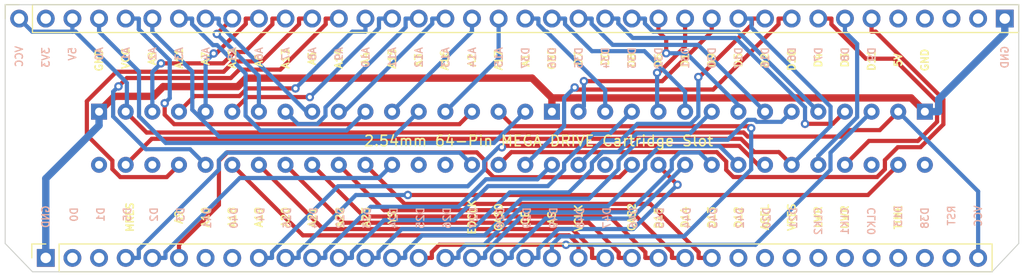
<source format=kicad_pcb>
(kicad_pcb (version 20211014) (generator pcbnew)
  (title_block (title "OSCR MEGADRIVE ADAPTER") (date "2021-11-15") (rev "V1"))
  (layers (0 "F.Cu" signal) (31 "B.Cu" signal) (34 "B.Paste" user) (35 "F.Paste" user) (36 "B.SilkS" user "B.Silkscreen") (37 "F.SilkS" user "F.Silkscreen") (38 "B.Mask" user) (39 "F.Mask" user) (44 "Edge.Cuts" user))
  (net 0 "")
  (net 1 "D50")
  (net 2 "D51")
  (net 3 "D28")
  (net 4 "D52")
  (net 5 "D26")
  (net 6 "D27")
  (net 7 "D24")
  (net 8 "D25")
  (net 9 "D22")
  (net 10 "D23")
  (net 11 "D53")
  (net 12 "+3V3")
  (net 13 "D9")
  (net 14 "D8")
  (net 15 "D7")
  (net 16 "D6")
  (net 17 "D16")
  (net 18 "D17")
  (net 19 "D30")
  (net 20 "D31")
  (net 21 "D32")
  (net 22 "D33")
  (net 23 "D34")
  (net 24 "D36")
  (net 25 "D37")
  (net 26 "VCC")
  (net 27 "D0")
  (net 28 "D1")
  (net 29 "D5")
  (net 30 "D2")
  (net 31 "D3")
  (net 32 "GND")
  (net 33 "D46")
  (net 34 "D47")
  (net 35 "D44")
  (net 36 "D45")
  (net 37 "D42")
  (net 38 "D43")
  (net 39 "D41")
  (net 40 "D40")
  (net 41 "D4")
  (net 42 "D15")
  (net 43 "D14")
  (net 44 "D29")
  (net 45 "D20")
  (net 46 "D21")
  (net 47 "A14")
  (net 48 "A15")
  (net 49 "A12")
  (net 50 "A13")
  (net 51 "A10")
  (net 52 "A11")
  (net 53 "A8")
  (net 54 "A9")
  (net 55 "A6")
  (net 56 "A7")
  (net 57 "A4")
  (net 58 "A5")
  (net 59 "A2")
  (net 60 "A3")
  (net 61 "A0")
  (net 62 "A1")
  (net 63 "D35")
  (net 64 "CLK2")
  (net 65 "CLK1")
  (net 66 "D13")
  (net 67 "D38")
  (net 68 "D49")
  (net 69 "D48")
  (net 70 "RESET")
  (net 72 "CLK0")
  (footprint "Connector_PinSocket_2.54mm:PinSocket_1x36_P2.54mm_Vertical" (layer "F.Cu") (at 105.1 104.255 90)
    (fp_text reference "J2" hide)
    (fp_text value "CART SLOT BOTTOM ROW" hide)
  )
  (footprint "Connector_PinSocket_2.54mm:PinSocket_1x38_P2.54mm_Vertical" (layer "F.Cu") (at 102.56 81.395 90)
    (fp_text reference "J1" hide)
    (fp_text value "CART SLOT TOP ROW" hide)
  )
  (footprint "!sanni:MD_Slot" (layer "F.Cu") (at 149.55 92.825 90)
    (fp_text reference "U1" hide)
    (fp_text value "MD_Slot" hide)
  )
  (gr_line (start 101.23 80.07) (end 101.23 102.88) (layer "Edge.Cuts") (width 0.1))
  (gr_line (start 197.87 80.07) (end 101.23 80.07) (layer "Edge.Cuts") (width 0.1))
  (gr_line (start 195.33 105.58) (end 197.87 102.88) (layer "Edge.Cuts") (width 0.1))
  (gr_line (start 103.83 105.58) (end 195.33 105.58) (layer "Edge.Cuts") (width 0.1))
  (gr_line (start 197.87 102.88) (end 197.87 80.07) (layer "Edge.Cuts") (width 0.1))
  (gr_line (start 101.23 102.88) (end 103.83 105.58) (layer "Edge.Cuts") (width 0.1))
  (gr_text "D43" (at 168.76 99.345 90) (layer "B.SilkS") (effects (font (size 0.7 0.7) (thickness 0.125)) (justify left mirror)))
  (gr_text "D3" (at 117.96 99.345 90) (layer "B.SilkS") (effects (font (size 0.7 0.7) (thickness 0.125)) (justify left mirror)))
  (gr_text "D1" (at 110.34 99.345 90) (layer "B.SilkS") (effects (font (size 0.7 0.7) (thickness 0.125)) (justify left mirror)))
  (gr_text "D9" (at 183.86 84.055 90) (layer "B.SilkS") (effects (font (size 0.7 0.7) (thickness 0.125)) (justify left mirror)))
  (gr_text "A6" (at 125.44 84.055 90) (layer "B.SilkS") (effects (font (size 0.7 0.7) (thickness 0.125)) (justify left mirror)))
  (gr_text "D48" (at 156.06 99.345 90) (layer "B.SilkS") (effects (font (size 0.7 0.7) (thickness 0.125)) (justify left mirror)))
  (gr_text "VCC" (at 194 99.175 90) (layer "B.SilkS") (effects (font (size 0.7 0.7) (thickness 0.125)) (justify left mirror)))
  (gr_text "A4" (at 120.36 84.055 90) (layer "B.SilkS") (effects (font (size 0.7 0.7) (thickness 0.125)) (justify left mirror)))
  (gr_text "A2" (at 115.28 84.055 90) (layer "B.SilkS") (effects (font (size 0.7 0.7) (thickness 0.125)) (justify left mirror)))
  (gr_text "D31" (at 166.08 84.055 90) (layer "B.SilkS") (effects (font (size 0.7 0.7) (thickness 0.125)) (justify left mirror)))
  (gr_text "D23" (at 135.74 99.345 90) (layer "B.SilkS") (effects (font (size 0.7 0.7) (thickness 0.125)) (justify left mirror)))
  (gr_text "D7" (at 178.78 84.055 90) (layer "B.SilkS") (effects (font (size 0.7 0.7) (thickness 0.125)) (justify left mirror)))
  (gr_text "D49" (at 153.52 99.345 90) (layer "B.SilkS") (effects (font (size 0.7 0.7) (thickness 0.125)) (justify left mirror)))
  (gr_text "D38" (at 188.92 99.345 90) (layer "B.SilkS") (effects (font (size 0.7 0.7) (thickness 0.125)) (justify left mirror)))
  (gr_text "A10" (at 135.6 84.055 90) (layer "B.SilkS") (effects (font (size 0.7 0.7) (thickness 0.125)) (justify left mirror)))
  (gr_text "D37" (at 150.84 84.055 90) (layer "B.SilkS") (effects (font (size 0.7 0.7) (thickness 0.125)) (justify left mirror)))
  (gr_text "D4" (at 125.58 99.345 90) (layer "B.SilkS") (effects (font (size 0.7 0.7) (thickness 0.125)) (justify left mirror)))
  (gr_text "D32" (at 163.54 84.055 90) (layer "B.SilkS") (effects (font (size 0.7 0.7) (thickness 0.125)) (justify left mirror)))
  (gr_text "D8" (at 181.32 84.055 90) (layer "B.SilkS") (effects (font (size 0.7 0.7) (thickness 0.125)) (justify left mirror)))
  (gr_text "D30" (at 168.62 84.055 90) (layer "B.SilkS") (effects (font (size 0.7 0.7) (thickness 0.125)) (justify left mirror)))
  (gr_text "D29" (at 150.98 99.345 90) (layer "B.SilkS") (effects (font (size 0.7 0.7) (thickness 0.125)) (justify left mirror)))
  (gr_text "RST" (at 191.46 99.175 90) (layer "B.SilkS") (effects (font (size 0.7 0.7) (thickness 0.125)) (justify left mirror)))
  (gr_text "A14" (at 145.76 84.055 90) (layer "B.SilkS") (effects (font (size 0.7 0.7) (thickness 0.125)) (justify left mirror)))
  (gr_text "D2" (at 115.42 99.345 90) (layer "B.SilkS") (effects (font (size 0.7 0.7) (thickness 0.125)) (justify left mirror)))
  (gr_text "CLK2" (at 178.76 99.345 90) (layer "B.SilkS") (effects (font (size 0.7 0.7) (thickness 0.125)) (justify left mirror)))
  (gr_text "D14" (at 130.66 99.345 90) (layer "B.SilkS") (effects (font (size 0.7 0.7) (thickness 0.125)) (justify left mirror)))
  (gr_text "3V3" (at 105.1 84.055 90) (layer "B.SilkS") (effects (font (size 0.7 0.7) (thickness 0.125)) (justify left mirror)))
  (gr_text "D47" (at 158.6 99.345 90) (layer "B.SilkS") (effects (font (size 0.7 0.7) (thickness 0.125)) (justify left mirror)))
  (gr_text "D6" (at 176.24 84.055 90) (layer "B.SilkS") (effects (font (size 0.7 0.7) (thickness 0.125)) (justify left mirror)))
  (gr_text "A0" (at 110.2 84.055 90) (layer "B.SilkS") (effects (font (size 0.7 0.7) (thickness 0.125)) (justify left mirror)))
  (gr_text "D40" (at 123.04 99.345 90) (layer "B.SilkS") (effects (font (size 0.7 0.7) (thickness 0.125)) (justify left mirror)))
  (gr_text "A5" (at 122.9 84.055 90) (layer "B.SilkS") (effects (font (size 0.7 0.7) (thickness 0.125)) (justify left mirror)))
  (gr_text "CLK1" (at 181.3 99.345 90) (layer "B.SilkS") (effects (font (size 0.7 0.7) (thickness 0.125)) (justify left mirror)))
  (gr_text "A1" (at 112.74 84.055 90) (layer "B.SilkS") (effects (font (size 0.7 0.7) (thickness 0.125)) (justify left mirror)))
  (gr_text "D24" (at 138.28 99.345 90) (layer "B.SilkS") (effects (font (size 0.7 0.7) (thickness 0.125)) (justify left mirror)))
  (gr_text "D44" (at 166.22 99.345 90) (layer "B.SilkS") (effects (font (size 0.7 0.7) (thickness 0.125)) (justify left mirror)))
  (gr_text "D22" (at 133.2 99.345 90) (layer "B.SilkS") (effects (font (size 0.7 0.7) (thickness 0.125)) (justify left mirror)))
  (gr_text "A12" (at 140.68 84.055 90) (layer "B.SilkS") (effects (font (size 0.7 0.7) (thickness 0.125)) (justify left mirror)))
  (gr_text "D26" (at 143.36 99.345 90) (layer "B.SilkS") (effects (font (size 0.7 0.7) (thickness 0.125)) (justify left mirror)))
  (gr_text "D42" (at 171.3 99.345 90) (layer "B.SilkS") (effects (font (size 0.7 0.7) (thickness 0.125)) (justify left mirror)))
  (gr_text "VCC" (at 102.56 83.935 90) (layer "B.SilkS") (effects (font (size 0.7 0.7) (thickness 0.125)) (justify left mirror)))
  (gr_text "D5" (at 112.88 99.345 90) (layer "B.SilkS") (effects (font (size 0.7 0.7) (thickness 0.125)) (justify left mirror)))
  (gr_text "A3" (at 117.82 84.055 90) (layer "B.SilkS") (effects (font (size 0.7 0.7) (thickness 0.125)) (justify left mirror)))
  (gr_text "D36" (at 153.38 84.055 90) (layer "B.SilkS") (effects (font (size 0.7 0.7) (thickness 0.125)) (justify left mirror)))
  (gr_text "D33" (at 161 84.055 90) (layer "B.SilkS") (effects (font (size 0.7 0.7) (thickness 0.125)) (justify left mirror)))
  (gr_text "D34" (at 158.46 84.055 90) (layer "B.SilkS") (effects (font (size 0.7 0.7) (thickness 0.125)) (justify left mirror)))
  (gr_text "D15" (at 128.12 99.345 90) (layer "B.SilkS") (effects (font (size 0.7 0.7) (thickness 0.125)) (justify left mirror)))
  (gr_text "GND" (at 105.1 99.175 90) (layer "B.SilkS") (effects (font (size 0.7 0.7) (thickness 0.125)) (justify left mirror)))
  (gr_text "D28" (at 148.44 99.345 90) (layer "B.SilkS") (effects (font (size 0.7 0.7) (thickness 0.125)) (justify left mirror)))
  (gr_text "D21" (at 176.38 99.345 90) (layer "B.SilkS") (effects (font (size 0.7 0.7) (thickness 0.125)) (justify left mirror)))
  (gr_text "CLK0" (at 183.84 99.345 90) (layer "B.SilkS") (effects (font (size 0.7 0.7) (thickness 0.125)) (justify left mirror)))
  (gr_text "D17" (at 171.16 84.055 90) (layer "B.SilkS") (effects (font (size 0.7 0.7) (thickness 0.125)) (justify left mirror)))
  (gr_text "D41" (at 120.5 99.345 90) (layer "B.SilkS") (effects (font (size 0.7 0.7) (thickness 0.125)) (justify left mirror)))
  (gr_text "A9" (at 133.06 84.055 90) (layer "B.SilkS") (effects (font (size 0.7 0.7) (thickness 0.125)) (justify left mirror)))
  (gr_text "A7" (at 127.98 84.055 90) (layer "B.SilkS") (effects (font (size 0.7 0.7) (thickness 0.125)) (justify left mirror)))
  (gr_text "D27" (at 145.9 99.345 90) (layer "B.SilkS") (effects (font (size 0.7 0.7) (thickness 0.125)) (justify left mirror)))
  (gr_text "GND" (at 196.54 83.935 90) (layer "B.SilkS") (effects (font (size 0.7 0.7) (thickness 0.125)) (justify left mirror)))
  (gr_text "A8" (at 130.52 84.055 90) (layer "B.SilkS") (effects (font (size 0.7 0.7) (thickness 0.125)) (justify left mirror)))
  (gr_text "D46" (at 161.14 99.345 90) (layer "B.SilkS") (effects (font (size 0.7 0.7) (thickness 0.125)) (justify left mirror)))
  (gr_text "A11" (at 138.14 84.055 90) (layer "B.SilkS") (effects (font (size 0.7 0.7) (thickness 0.125)) (justify left mirror)))
  (gr_text "D20" (at 173.84 99.345 90) (layer "B.SilkS") (effects (font (size 0.7 0.7) (thickness 0.125)) (justify left mirror)))
  (gr_text "A13" (at 143.22 84.055 90) (layer "B.SilkS") (effects (font (size 0.7 0.7) (thickness 0.125)) (justify left mirror)))
  (gr_text "D16" (at 173.7 84.055 90) (layer "B.SilkS") (effects (font (size 0.7 0.7) (thickness 0.125)) (justify left mirror)))
  (gr_text "D13" (at 186.38 99.175 90) (layer "B.SilkS") (effects (font (size 0.7 0.7) (thickness 0.125)) (justify left mirror)))
  (gr_text "A15" (at 148.3 84.055 90) (layer "B.SilkS") (effects (font (size 0.7 0.7) (thickness 0.125)) (justify left mirror)))
  (gr_text "D25" (at 140.82 99.345 90) (layer "B.SilkS") (effects (font (size 0.7 0.7) (thickness 0.125)) (justify left mirror)))
  (gr_text "D45" (at 163.68 99.345 90) (layer "B.SilkS") (effects (font (size 0.7 0.7) (thickness 0.125)) (justify left mirror)))
  (gr_text "5V" (at 107.64 84.055 90) (layer "B.SilkS") (effects (font (size 0.7 0.7) (thickness 0.125)) (justify left mirror)))
  (gr_text "D0" (at 107.8 99.345 90) (layer "B.SilkS") (effects (font (size 0.7 0.7) (thickness 0.125)) (justify left mirror)))
  (gr_text "D35" (at 155.92 84.055 90) (layer "B.SilkS") (effects (font (size 0.7 0.7) (thickness 0.125)) (justify left mirror)))
  (gr_text "A3" (at 140.66 85.365 90) (layer "F.SilkS") (effects (font (size 0.7 0.7))))
  (gr_text "D11" (at 183.84 85.365 90) (layer "F.SilkS") (effects (font (size 0.7 0.7))))
  (gr_text "D5" (at 171.14 85.365 90) (layer "F.SilkS") (effects (font (size 0.7 0.7))))
  (gr_text "A9\n" (at 117.8 100.364999 90) (layer "F.SilkS") (effects (font (size 0.7 0.7))))
  (gr_text "A18" (at 122.88 100.364999 90) (layer "F.SilkS") (effects (font (size 0.7 0.7))))
  (gr_text "EDCLK\n" (at 145.74 100.365 90) (layer "F.SilkS") (effects (font (size 0.7 0.7))))
  (gr_text "GND" (at 188.92 85.357444 90) (layer "F.SilkS") (effects (font (size 0.7 0.7))))
  (gr_text "D3" (at 181.3 85.365 90) (layer "F.SilkS") (effects (font (size 0.7 0.7))))
  (gr_text "A20" (at 127.96 100.364999 90) (layer "F.SilkS") (effects (font (size 0.7 0.7))))
  (gr_text "LWR" (at 178.76 100.365 90) (layer "F.SilkS") (effects (font (size 0.7 0.7))))
  (gr_text "D7" (at 155.9 85.205 90) (layer "F.SilkS") (effects (font (size 0.7 0.7))))
  (gr_text "CE" (at 150.82 100.445 90) (layer "F.SilkS") (effects (font (size 0.7 0.7))))
  (gr_text "A7" (at 120.34 85.205 90) (layer "F.SilkS") (effects (font (size 0.7 0.7))))
  (gr_text "ASEL" (at 173.68 100.365 90) (layer "F.SilkS") (effects (font (size 0.7 0.7))))
  (gr_text "A23" (at 135.63 100.364999 90) (layer "F.SilkS") (effects (font (size 0.7 0.7))))
  (gr_text "D10" (at 176.22 85.365 90) (layer "F.SilkS") (effects (font (size 0.7 0.7))))
  (gr_text "GND" (at 110.18 85.365 90) (layer "F.SilkS") (effects (font (size 0.7 0.7))))
  (gr_text "A8" (at 115.26 85.205 90) (layer "F.SilkS") (effects (font (size 0.7 0.7))))
  (gr_text "TIME" (at 186.38 100.365 90) (layer "F.SilkS") (effects (font (size 0.7 0.7))))
  (gr_text "D14\n" (at 166.06 100.365 90) (layer "F.SilkS") (effects (font (size 0.7 0.7))))
  (gr_text "D1" (at 166.06 85.365 90) (layer "F.SilkS") (effects (font (size 0.7 0.7))))
  (gr_text "A11" (at 117.8 85.205 90) (layer "F.SilkS") (effects (font (size 0.7 0.7))))
  (gr_text "A2" (at 145.74 85.365 90) (layer "F.SilkS") (effects (font (size 0.7 0.7))))
  (gr_text "MRES" (at 113.13 100.364999 90) (layer "F.SilkS") (effects (font (size 0.7 0.7))))
  (gr_text "VCLK\n" (at 155.9 100.445 90) (layer "F.SilkS") (effects (font (size 0.7 0.7))))
  (gr_text "AS" (at 153.36 100.445 90) (layer "F.SilkS") (effects (font (size 0.7 0.7))))
  (gr_text "A6" (at 125.42 85.365 90) (layer "F.SilkS") (effects (font (size 0.7 0.7))))
  (gr_text "UWR" (at 181.3 100.365 90) (layer "F.SilkS") (effects (font (size 0.7 0.7))))
  (gr_text "VCC" (at 112.72 85.205 90) (layer "F.SilkS") (effects (font (size 0.7 0.7))))
  (gr_text "D8" (at 160.98 85.365 90) (layer "F.SilkS") (effects (font (size 0.7 0.7))))
  (gr_text "A15" (at 138.13 85.205 90) (layer "F.SilkS") (effects (font (size 0.7 0.7))))
  (gr_text "A4" (at 135.58 85.205 90) (layer "F.SilkS") (effects (font (size 0.7 0.7))))
  (gr_text "A16" (at 143.13 85.365 90) (layer "F.SilkS") (effects (font (size 0.7 0.7))))
  (gr_text "D2" (at 173.68 85.365 90) (layer "F.SilkS") (effects (font (size 0.7 0.7))))
  (gr_text "VRES" (at 176.22 100.365 90) (layer "F.SilkS") (effects (font (size 0.7 0.7))))
  (gr_text "GND" (at 153.36 85.205 90) (layer "F.SilkS") (effects (font (size 0.7 0.7))))
  (gr_text "A12" (at 122.88 85.205 90) (layer "F.SilkS") (effects (font (size 0.7 0.7))))
  (gr_text "D4" (at 178.76 85.365 90) (layer "F.SilkS") (effects (font (size 0.7 0.7))))
  (gr_text "A21" (at 130.5 100.364999 90) (layer "F.SilkS") (effects (font (size 0.7 0.7))))
  (gr_text "D6" (at 163.52 85.365 90) (layer "F.SilkS") (effects (font (size 0.7 0.7))))
  (gr_text "D9" (at 168.6 85.365 90) (layer "F.SilkS") (effects (font (size 0.7 0.7))))
  (gr_text "D0" (at 158.44 85.205 90) (layer "F.SilkS") (effects (font (size 0.7 0.7))))
  (gr_text "A1" (at 150.85 85.365 90) (layer "F.SilkS") (effects (font (size 0.7 0.7))))
  (gr_text "CAS2" (at 160.98 100.365 90) (layer "F.SilkS") (effects (font (size 0.7 0.7))))
  (gr_text "2.54mm 64-Pin MEGA DRIVE Cartridge Slot" (at 152.09 93.08) (layer "F.SilkS") (effects (font (size 1 1))))
  (gr_text "A10" (at 120.34 100.364999 90) (layer "F.SilkS") (effects (font (size 0.7 0.7))))
  (gr_text "A5" (at 130.5 85.205 90) (layer "F.SilkS") (effects (font (size 0.7 0.7))))
  (gr_text "A19\n" (at 125.42 100.364999 90) (layer "F.SilkS") (effects (font (size 0.7 0.7))))
  (gr_text "A17" (at 148.28 85.365 90) (layer "F.SilkS") (effects (font (size 0.7 0.7))))
  (gr_text "D13" (at 168.6 100.365 90) (layer "F.SilkS") (effects (font (size 0.7 0.7))))
  (gr_text "5V" (at 186.38 85.357444 90) (layer "F.SilkS") (effects (font (size 0.7 0.7))))
  (gr_text "A14\n" (at 133.04 85.205 90) (layer "F.SilkS") (effects (font (size 0.7 0.7))))
  (gr_text "D12" (at 171.14 100.365 90) (layer "F.SilkS") (effects (font (size 0.7 0.7))))
  (gr_text "YS" (at 138.13 100.364999 90) (layer "F.SilkS") (effects (font (size 0.7 0.7))))
  (gr_text "CAS0\n" (at 148.28 100.365 90) (layer "F.SilkS") (effects (font (size 0.7 0.7))))
  (gr_text "A22" (at 133.13 100.364999 90) (layer "F.SilkS") (effects (font (size 0.7 0.7))))
  (gr_text "D15" (at 163.52 100.445 90) (layer "F.SilkS") (effects (font (size 0.7 0.7))))
  (gr_text "A13" (at 127.96 85.205 90) (layer "F.SilkS") (effects (font (size 0.7 0.7))))
  (segment (start 148.28 104.255) (end 149.5303 104.255) (width 0.4) (layer "B.Cu") (net 3))
  (segment (start 152.7396 100.4987) (end 149.5303 103.708) (width 0.4) (layer "B.Cu") (net 3))
  (segment (start 166.06 95.365) (end 160.9263 100.4987) (width 0.4) (layer "B.Cu") (net 3))
  (segment (start 160.9263 100.4987) (end 152.7396 100.4987) (width 0.4) (layer "B.Cu") (net 3))
  (segment (start 149.5303 103.708) (end 149.5303 104.255) (width 0.4) (layer "B.Cu") (net 3))
  (segment (start 162.25 94.979) (end 162.25 95.7556) (width 0.4) (layer "B.Cu") (net 5))
  (segment (start 163.6426 93.5864) (end 162.25 94.979) (width 0.4) (layer "B.Cu") (net 5))
  (segment (start 171.14 95.365) (end 169.3614 93.5864) (width 0.4) (layer "B.Cu") (net 5))
  (segment (start 150.5963 99.2981) (end 146.8897 103.0047) (width 0.4) (layer "B.Cu") (net 5))
  (segment (start 143.2 104.255) (end 144.4503 104.255) (width 0.4) (layer "B.Cu") (net 5))
  (segment (start 162.25 95.7556) (end 158.7075 99.2981) (width 0.4) (layer "B.Cu") (net 5))
  (segment (start 169.3614 93.5864) (end 163.6426 93.5864) (width 0.4) (layer "B.Cu") (net 5))
  (segment (start 144.4503 103.7079) (end 144.4503 104.255) (width 0.4) (layer "B.Cu") (net 5))
  (segment (start 145.1535 103.0047) (end 144.4503 103.7079) (width 0.4) (layer "B.Cu") (net 5))
  (segment (start 158.7075 99.2981) (end 150.5963 99.2981) (width 0.4) (layer "B.Cu") (net 5))
  (segment (start 146.8897 103.0047) (end 145.1535 103.0047) (width 0.4) (layer "B.Cu") (net 5))
  (segment (start 167.4217 94.1867) (end 165.5383 94.1867) (width 0.4) (layer "B.Cu") (net 6))
  (segment (start 164.79 94.935) (end 164.79 95.7859) (width 0.4) (layer "B.Cu") (net 6))
  (segment (start 145.74 104.255) (end 146.9903 104.255) (width 0.4) (layer "B.Cu") (net 6))
  (segment (start 160.6775 99.8984) (end 150.8451 99.8984) (width 0.4) (layer "B.Cu") (net 6))
  (segment (start 168.6 95.365) (end 167.4217 94.1867) (width 0.4) (layer "B.Cu") (net 6))
  (segment (start 165.5383 94.1867) (end 164.79 94.935) (width 0.4) (layer "B.Cu") (net 6))
  (segment (start 164.79 95.7859) (end 160.6775 99.8984) (width 0.4) (layer "B.Cu") (net 6))
  (segment (start 146.9903 103.7532) (end 146.9903 104.255) (width 0.4) (layer "B.Cu") (net 6))
  (segment (start 150.8451 99.8984) (end 146.9903 103.7532) (width 0.4) (layer "B.Cu") (net 6))
  (segment (start 170.1213 92.9702) (end 161.6979 92.9702) (width 0.4) (layer "B.Cu") (net 7))
  (segment (start 176.22 90.285) (end 175.2476 91.2574) (width 0.4) (layer "B.Cu") (net 7))
  (segment (start 175.2476 91.2574) (end 172.8828 91.2574) (width 0.4) (layer "B.Cu") (net 7))
  (segment (start 159.71 95.774) (end 156.8837 98.6003) (width 0.4) (layer "B.Cu") (net 7))
  (segment (start 161.6979 92.9702) (end 159.71 94.9581) (width 0.4) (layer "B.Cu") (net 7))
  (segment (start 138.12 104.255) (end 139.3703 104.255) (width 0.4) (layer "B.Cu") (net 7))
  (segment (start 172.027 91.0645) (end 170.1213 92.9702) (width 0.4) (layer "B.Cu") (net 7))
  (segment (start 172.8828 91.2574) (end 172.6899 91.0645) (width 0.4) (layer "B.Cu") (net 7))
  (segment (start 140.9741 102.1041) (end 139.3703 103.7079) (width 0.4) (layer "B.Cu") (net 7))
  (segment (start 150.4452 98.6003) (end 146.9414 102.1041) (width 0.4) (layer "B.Cu") (net 7))
  (segment (start 159.71 94.9581) (end 159.71 95.774) (width 0.4) (layer "B.Cu") (net 7))
  (segment (start 156.8837 98.6003) (end 150.4452 98.6003) (width 0.4) (layer "B.Cu") (net 7))
  (segment (start 139.3703 103.7079) (end 139.3703 104.255) (width 0.4) (layer "B.Cu") (net 7))
  (segment (start 146.9414 102.1041) (end 140.9741 102.1041) (width 0.4) (layer "B.Cu") (net 7))
  (segment (start 172.6899 91.0645) (end 172.027 91.0645) (width 0.4) (layer "B.Cu") (net 7))
  (segment (start 142.6137 103.0046) (end 154.7033 103.0046) (width 0.4) (layer "F.Cu") (net 8))
  (segment (start 141.9103 104.255) (end 141.9103 103.708) (width 0.4) (layer "F.Cu") (net 8))
  (segment (start 141.9103 103.708) (end 142.6137 103.0046) (width 0.4) (layer "F.Cu") (net 8))
  (segment (start 140.66 104.255) (end 141.9103 104.255) (width 0.4) (layer "F.Cu") (net 8))
  (via (at 154.7033 103.0046) (size 0.8) (drill 0.4) (layers "F.Cu" "B.Cu") (net 8))
  (segment (start 179.9224 95.8466) (end 172.7644 103.0046) (width 0.4) (layer "B.Cu") (net 8))
  (segment (start 172.7644 103.0046) (end 154.7033 103.0046) (width 0.4) (layer "B.Cu") (net 8))
  (segment (start 183.84 90.285) (end 179.9224 94.2026) (width 0.4) (layer "B.Cu") (net 8))
  (segment (start 179.9224 94.2026) (end 179.9224 95.8466) (width 0.4) (layer "B.Cu") (net 8))
  (segment (start 144.0165 100.6516) (end 147.2686 97.3995) (width 0.4) (layer "B.Cu") (net 9))
  (segment (start 157.294 92.4153) (end 158.8497 92.4153) (width 0.4) (layer "B.Cu") (net 9))
  (segment (start 134.2903 103.708) (end 137.3467 100.6516) (width 0.4) (layer "B.Cu") (net 9))
  (segment (start 133.04 104.255) (end 134.2903 104.255) (width 0.4) (layer "B.Cu") (net 9))
  (segment (start 134.2903 104.255) (end 134.2903 103.708) (width 0.4) (layer "B.Cu") (net 9))
  (segment (start 154.5224 95.1869) (end 157.294 92.4153) (width 0.4) (layer "B.Cu") (net 9))
  (segment (start 137.3467 100.6516) (end 144.0165 100.6516) (width 0.4) (layer "B.Cu") (net 9))
  (segment (start 152.9695 97.3995) (end 154.5224 95.8466) (width 0.4) (layer "B.Cu") (net 9))
  (segment (start 158.8497 92.4153) (end 160.98 90.285) (width 0.4) (layer "B.Cu") (net 9))
  (segment (start 147.2686 97.3995) (end 152.9695 97.3995) (width 0.4) (layer "B.Cu") (net 9))
  (segment (start 154.5224 95.8466) (end 154.5224 95.1869) (width 0.4) (layer "B.Cu") (net 9))
  (segment (start 136.8303 104.255) (end 136.8303 103.708) (width 0.4) (layer "B.Cu") (net 10))
  (segment (start 161.4429 92.3699) (end 166.5151 92.3699) (width 0.4) (layer "B.Cu") (net 10))
  (segment (start 159.6692 94.1436) (end 161.4429 92.3699) (width 0.4) (layer "B.Cu") (net 10))
  (segment (start 166.5151 92.3699) (end 168.6 90.285) (width 0.4) (layer "B.Cu") (net 10))
  (segment (start 157.17 95.162) (end 158.1884 94.1436) (width 0.4) (layer "B.Cu") (net 10))
  (segment (start 157.17 95.8156) (end 157.17 95.162) (width 0.4) (layer "B.Cu") (net 10))
  (segment (start 154.9857 97.9999) (end 157.17 95.8156) (width 0.4) (layer "B.Cu") (net 10))
  (segment (start 158.1884 94.1436) (end 159.6692 94.1436) (width 0.4) (layer "B.Cu") (net 10))
  (segment (start 139.0346 101.5037) (end 145.844 101.5037) (width 0.4) (layer "B.Cu") (net 10))
  (segment (start 135.58 104.255) (end 136.8303 104.255) (width 0.4) (layer "B.Cu") (net 10))
  (segment (start 136.8303 103.708) (end 139.0346 101.5037) (width 0.4) (layer "B.Cu") (net 10))
  (segment (start 149.3478 97.9999) (end 154.9857 97.9999) (width 0.4) (layer "B.Cu") (net 10))
  (segment (start 145.844 101.5037) (end 149.3478 97.9999) (width 0.4) (layer "B.Cu") (net 10))
  (segment (start 185.11 95.7859) (end 185.11 94.9108) (width 0.4) (layer "F.Cu") (net 13))
  (segment (start 188.5019 93.6808) (end 190.6857 91.497) (width 0.4) (layer "F.Cu") (net 13))
  (segment (start 149.4915 94.1535) (end 169.0808 94.1535) (width 0.4) (layer "F.Cu") (net 13))
  (segment (start 184.2307 82.6453) (end 183.84 82.6453) (width 0.4) (layer "F.Cu") (net 13))
  (segment (start 169.9777 95.0504) (end 169.9777 95.8464) (width 0.4) (layer "F.Cu") (net 13))
  (segment (start 185.11 94.9108) (end 186.34 93.6808) (width 0.4) (layer "F.Cu") (net 13))
  (segment (start 190.6857 89.1003) (end 184.2307 82.6453) (width 0.4) (layer "F.Cu") (net 13))
  (segment (start 184.3647 96.5312) (end 185.11 95.7859) (width 0.4) (layer "F.Cu") (net 13))
  (segment (start 183.84 81.395) (end 183.84 82.6453) (width 0.4) (layer "F.Cu") (net 13))
  (segment (start 148.28 95.365) (end 149.4915 94.1535) (width 0.4) (layer "F.Cu") (net 13))
  (segment (start 186.34 93.6808) (end 188.5019 93.6808) (width 0.4) (layer "F.Cu") (net 13))
  (segment (start 169.9777 95.8464) (end 170.6625 96.5312) (width 0.4) (layer "F.Cu") (net 13))
  (segment (start 169.0808 94.1535) (end 169.9777 95.0504) (width 0.4) (layer "F.Cu") (net 13))
  (segment (start 170.6625 96.5312) (end 184.3647 96.5312) (width 0.4) (layer "F.Cu") (net 13))
  (segment (start 190.6857 91.497) (end 190.6857 89.1003) (width 0.4) (layer "F.Cu") (net 13))
  (segment (start 178.76 94.5158) (end 178.76 95.365) (width 0.4) (layer "B.Cu") (net 14))
  (segment (start 182.463 90.8128) (end 178.76 94.5158) (width 0.4) (layer "B.Cu") (net 14))
  (segment (start 181.3 82.6453) (end 182.463 83.8083) (width 0.4) (layer "B.Cu") (net 14))
  (segment (start 182.463 83.8083) (end 182.463 90.8128) (width 0.4) (layer "B.Cu") (net 14))
  (segment (start 181.3 81.395) (end 181.3 82.6453) (width 0.4) (layer "B.Cu") (net 14))
  (segment (start 180.0103 81.942) (end 183.2946 85.2263) (width 0.4) (layer "F.Cu") (net 15))
  (segment (start 180.0103 81.395) (end 180.0103 81.942) (width 0.4) (layer "F.Cu") (net 15))
  (segment (start 178.76 81.395) (end 180.0103 81.395) (width 0.4) (layer "F.Cu") (net 15))
  (segment (start 185.9514 85.2263) (end 190.0824 89.3573) (width 0.4) (layer "F.Cu") (net 15))
  (segment (start 188.2532 93.0804) (end 183.5846 93.0804) (width 0.4) (layer "F.Cu") (net 15))
  (segment (start 183.2946 85.2263) (end 185.9514 85.2263) (width 0.4) (layer "F.Cu") (net 15))
  (segment (start 190.0824 91.2512) (end 188.2532 93.0804) (width 0.4) (layer "F.Cu") (net 15))
  (segment (start 183.5846 93.0804) (end 181.3 95.365) (width 0.4) (layer "F.Cu") (net 15))
  (segment (start 190.0824 89.3573) (end 190.0824 91.2512) (width 0.4) (layer "F.Cu") (net 15))
  (segment (start 155.7302 88.1735) (end 168.7382 88.1735) (width 0.4) (layer "F.Cu") (net 16))
  (segment (start 155.5302 87.9735) (end 155.7302 88.1735) (width 0.4) (layer "F.Cu") (net 16))
  (segment (start 174.9697 81.942) (end 174.9697 81.395) (width 0.4) (layer "F.Cu") (net 16))
  (segment (start 168.7382 88.1735) (end 174.9697 81.942) (width 0.4) (layer "F.Cu") (net 16))
  (segment (start 176.22 81.395) (end 174.9697 81.395) (width 0.4) (layer "F.Cu") (net 16))
  (via (at 155.5302 87.9735) (size 0.8) (drill 0.4) (layers "F.Cu" "B.Cu") (net 16))
  (segment (start 154.5224 88.9813) (end 155.5302 87.9735) (width 0.4) (layer "B.Cu") (net 16))
  (segment (start 150.82 95.365) (end 154.5224 91.6626) (width 0.4) (layer "B.Cu") (net 16))
  (segment (start 154.5224 91.6626) (end 154.5224 88.9813) (width 0.4) (layer "B.Cu") (net 16))
  (segment (start 172.4297 81.9643) (end 167.4184 86.9756) (width 0.4) (layer "F.Cu") (net 17))
  (segment (start 167.4184 86.9756) (end 167.3211 86.9756) (width 0.4) (layer "F.Cu") (net 17))
  (segment (start 173.68 81.395) (end 172.4297 81.395) (width 0.4) (layer "F.Cu") (net 17))
  (segment (start 172.4297 81.395) (end 172.4297 81.9643) (width 0.4) (layer "F.Cu") (net 17))
  (via (at 167.3211 86.9756) (size 0.8) (drill 0.4) (layers "F.Cu" "B.Cu") (net 17))
  (segment (start 158.2493 93.0157) (end 155.9 95.365) (width 0.4) (layer "B.Cu") (net 17))
  (segment (start 167.3211 90.7148) (end 166.5885 91.4474) (width 0.4) (layer "B.Cu") (net 17))
  (segment (start 159.948 93.0157) (end 158.2493 93.0157) (width 0.4) (layer "B.Cu") (net 17))
  (segment (start 166.5885 91.4474) (end 161.5163 91.4474) (width 0.4) (layer "B.Cu") (net 17))
  (segment (start 161.5163 91.4474) (end 159.948 93.0157) (width 0.4) (layer "B.Cu") (net 17))
  (segment (start 167.3211 86.9756) (end 167.3211 90.7148) (width 0.4) (layer "B.Cu") (net 17))
  (segment (start 175.0043 94.1493) (end 176.22 95.365) (width 0.4) (layer "F.Cu") (net 18))
  (segment (start 172.6623 94.1493) (end 175.0043 94.1493) (width 0.4) (layer "F.Cu") (net 18))
  (segment (start 171.3926 92.8796) (end 172.6623 94.1493) (width 0.4) (layer "F.Cu") (net 18))
  (segment (start 112.72 95.365) (end 115.2054 92.8796) (width 0.4) (layer "F.Cu") (net 18))
  (segment (start 115.2054 92.8796) (end 171.3926 92.8796) (width 0.4) (layer "F.Cu") (net 18))
  (segment (start 172.3903 81.395) (end 172.3903 82.266) (width 0.4) (layer "B.Cu") (net 18))
  (segment (start 179.9264 91.6586) (end 176.22 95.365) (width 0.4) (layer "B.Cu") (net 18))
  (segment (start 179.9264 89.8021) (end 179.9264 91.6586) (width 0.4) (layer "B.Cu") (net 18))
  (segment (start 171.14 81.395) (end 172.3903 81.395) (width 0.4) (layer "B.Cu") (net 18))
  (segment (start 172.3903 82.266) (end 179.9264 89.8021) (width 0.4) (layer "B.Cu") (net 18))
  (segment (start 163.8721 87.3732) (end 156.4102 87.3732) (width 0.4) (layer "F.Cu") (net 19))
  (segment (start 168.6 81.395) (end 168.6 82.6453) (width 0.4) (layer "F.Cu") (net 19))
  (segment (start 168.6 82.6453) (end 163.8721 87.3732) (width 0.4) (layer "F.Cu") (net 19))
  (via (at 156.4102 87.3732) (size 0.8) (drill 0.4) (layers "F.Cu" "B.Cu") (net 19))
  (segment (start 155.9 90.285) (end 156.4102 89.7748) (width 0.4) (layer "B.Cu") (net 19))
  (segment (start 156.4102 89.7748) (end 156.4102 87.3732) (width 0.4) (layer "B.Cu") (net 19))
  (segment (start 163.5402 86.5729) (end 163.3886 86.5729) (width 0.4) (layer "F.Cu") (net 20))
  (segment (start 166.06 84.0531) (end 163.5402 86.5729) (width 0.4) (layer "F.Cu") (net 20))
  (segment (start 166.06 81.395) (end 166.06 84.0531) (width 0.4) (layer "F.Cu") (net 20))
  (via (at 163.3886 86.5729) (size 0.8) (drill 0.4) (layers "F.Cu" "B.Cu") (net 20))
  (segment (start 163.3886 90.1536) (end 163.52 90.285) (width 0.4) (layer "B.Cu") (net 20))
  (segment (start 163.3886 86.5729) (end 163.3886 90.1536) (width 0.4) (layer "B.Cu") (net 20))
  (segment (start 163.52 81.395) (end 163.52 82.6453) (width 0.4) (layer "F.Cu") (net 21))
  (segment (start 163.52 82.6453) (end 164.2567 83.382) (width 0.4) (layer "F.Cu") (net 21))
  (segment (start 164.2567 83.382) (end 164.2567 84.7067) (width 0.4) (layer "F.Cu") (net 21))
  (via (at 164.2567 84.7067) (size 0.8) (drill 0.4) (layers "F.Cu" "B.Cu") (net 21))
  (segment (start 171.14 90.285) (end 171.14 89.6627) (width 0.4) (layer "B.Cu") (net 21))
  (segment (start 171.14 89.6627) (end 166.184 84.7067) (width 0.4) (layer "B.Cu") (net 21))
  (segment (start 166.184 84.7067) (end 164.2567 84.7067) (width 0.4) (layer "B.Cu") (net 21))
  (segment (start 171.1203 82.6453) (end 178.76 90.285) (width 0.4) (layer "B.Cu") (net 22))
  (segment (start 162.2303 81.8737) (end 163.0019 82.6453) (width 0.4) (layer "B.Cu") (net 22))
  (segment (start 162.2303 81.395) (end 162.2303 81.8737) (width 0.4) (layer "B.Cu") (net 22))
  (segment (start 160.98 81.395) (end 162.2303 81.395) (width 0.4) (layer "B.Cu") (net 22))
  (segment (start 163.0019 82.6453) (end 171.1203 82.6453) (width 0.4) (layer "B.Cu") (net 22))
  (segment (start 181.3 90.285) (end 180.1376 91.4474) (width 0.4) (layer "F.Cu") (net 23))
  (segment (start 180.1376 91.4474) (end 177.4947 91.4474) (width 0.4) (layer "F.Cu") (net 23))
  (via (at 177.4947 91.4474) (size 0.8) (drill 0.4) (layers "F.Cu" "B.Cu") (net 23))
  (segment (start 177.4947 89.8688) (end 177.4947 91.4474) (width 0.4) (layer "B.Cu") (net 23))
  (segment (start 159.6903 81.8737) (end 161.0622 83.2456) (width 0.4) (layer "B.Cu") (net 23))
  (segment (start 161.0622 83.2456) (end 170.8715 83.2456) (width 0.4) (layer "B.Cu") (net 23))
  (segment (start 170.8715 83.2456) (end 177.4947 89.8688) (width 0.4) (layer "B.Cu") (net 23))
  (segment (start 159.6903 81.395) (end 159.6903 81.8737) (width 0.4) (layer "B.Cu") (net 23))
  (segment (start 158.44 81.395) (end 159.6903 81.395) (width 0.4) (layer "B.Cu") (net 23))
  (segment (start 157.1751 84.5068) (end 154.6103 81.942) (width 0.4) (layer "B.Cu") (net 24))
  (segment (start 153.36 81.395) (end 154.6103 81.395) (width 0.4) (layer "B.Cu") (net 24))
  (segment (start 162.1827 84.5068) (end 157.1751 84.5068) (width 0.4) (layer "B.Cu") (net 24))
  (segment (start 166.06 88.3841) (end 162.1827 84.5068) (width 0.4) (layer "B.Cu") (net 24))
  (segment (start 154.6103 81.942) (end 154.6103 81.395) (width 0.4) (layer "B.Cu") (net 24))
  (segment (start 166.06 90.285) (end 166.06 88.3841) (width 0.4) (layer "B.Cu") (net 24))
  (segment (start 152.0703 81.395) (end 152.0703 81.9508) (width 0.4) (layer "B.Cu") (net 25))
  (segment (start 150.82 81.395) (end 152.0703 81.395) (width 0.4) (layer "B.Cu") (net 25))
  (segment (start 152.0703 81.9508) (end 152.7648 82.6453) (width 0.4) (layer "B.Cu") (net 25))
  (segment (start 152.8641 82.6453) (end 158.44 88.2212) (width 0.4) (layer "B.Cu") (net 25))
  (segment (start 152.7648 82.6453) (end 152.8641 82.6453) (width 0.4) (layer "B.Cu") (net 25))
  (segment (start 158.44 88.2212) (end 158.44 90.285) (width 0.4) (layer "B.Cu") (net 25))
  (segment (start 180.9041 92.6651) (end 181.5177 92.0515) (width 0.4) (layer "F.Cu") (net 26))
  (segment (start 184.6135 92.0515) (end 186.38 90.285) (width 0.4) (layer "F.Cu") (net 26))
  (segment (start 172.027 92.6651) (end 180.9041 92.6651) (width 0.4) (layer "F.Cu") (net 26))
  (segment (start 114.7143 92.2793) (end 171.6412 92.2793) (width 0.4) (layer "F.Cu") (net 26))
  (segment (start 181.5177 92.0515) (end 184.6135 92.0515) (width 0.4) (layer "F.Cu") (net 26))
  (segment (start 112.72 90.285) (end 114.7143 92.2793) (width 0.4) (layer "F.Cu") (net 26))
  (segment (start 171.6412 92.2793) (end 172.027 92.6651) (width 0.4) (layer "F.Cu") (net 26))
  (segment (start 112.8325 90.1725) (end 112.8325 87.539) (width 0.4) (layer "B.Cu") (net 26))
  (segment (start 186.38 90.285) (end 194 97.905) (width 0.4) (layer "B.Cu") (net 26))
  (segment (start 194 97.905) (end 194 104.255) (width 0.4) (layer "B.Cu") (net 26))
  (segment (start 102.56 81.395) (end 103.8103 82.6453) (width 0.4) (layer "B.Cu") (net 26))
  (segment (start 103.8103 82.6453) (end 107.64 82.6453) (width 0.4) (layer "B.Cu") (net 26))
  (segment (start 112.8325 87.539) (end 107.9388 82.6453) (width 0.4) (layer "B.Cu") (net 26))
  (segment (start 107.9388 82.6453) (end 107.64 82.6453) (width 0.4) (layer "B.Cu") (net 26))
  (segment (start 112.72 90.285) (end 112.8325 90.1725) (width 0.4) (layer "B.Cu") (net 26))
  (segment (start 107.64 81.395) (end 107.64 82.6453) (width 0.4) (layer "B.Cu") (net 26))
  (segment (start 113.9703 103.4589) (end 121.61 95.8192) (width 0.4) (layer "B.Cu") (net 29))
  (segment (start 112.72 104.255) (end 113.9703 104.255) (width 0.4) (layer "B.Cu") (net 29))
  (segment (start 121.61 95.8192) (end 121.61 94.9098) (width 0.4) (layer "B.Cu") (net 29))
  (segment (start 121.61 94.9098) (end 122.3172 94.2026) (width 0.4) (layer "B.Cu") (net 29))
  (segment (start 122.3172 94.2026) (end 144.5776 94.2026) (width 0.4) (layer "B.Cu") (net 29))
  (segment (start 144.5776 94.2026) (end 145.74 95.365) (width 0.4) (layer "B.Cu") (net 29))
  (segment (start 113.9703 104.255) (end 113.9703 103.4589) (width 0.4) (layer "B.Cu") (net 29))
  (segment (start 138.12 95.365) (end 136.8617 96.6233) (width 0.4) (layer "B.Cu") (net 30))
  (segment (start 136.8617 96.6233) (end 123.595 96.6233) (width 0.4) (layer "B.Cu") (net 30))
  (segment (start 115.26 104.255) (end 116.5103 104.255) (width 0.4) (layer "B.Cu") (net 30))
  (segment (start 116.5103 103.708) (end 116.5103 104.255) (width 0.4) (layer "B.Cu") (net 30))
  (segment (start 123.595 96.6233) (end 116.5103 103.708) (width 0.4) (layer "B.Cu") (net 30))
  (segment (start 121.61 99.1947) (end 117.8 103.0047) (width 0.4) (layer "F.Cu") (net 31))
  (segment (start 160.98 95.365) (end 159.8013 96.5437) (width 0.4) (layer "F.Cu") (net 31))
  (segment (start 122.4167 94.1762) (end 121.61 94.9829) (width 0.4) (layer "F.Cu") (net 31))
  (segment (start 147.0101 95.7572) (end 147.0101 94.9848) (width 0.4) (layer "F.Cu") (net 31))
  (segment (start 147.0101 94.9848) (end 146.2015 94.1762) (width 0.4) (layer "F.Cu") (net 31))
  (segment (start 146.2015 94.1762) (end 122.4167 94.1762) (width 0.4) (layer "F.Cu") (net 31))
  (segment (start 147.7966 96.5437) (end 147.0101 95.7572) (width 0.4) (layer "F.Cu") (net 31))
  (segment (start 121.61 94.9829) (end 121.61 99.1947) (width 0.4) (layer "F.Cu") (net 31))
  (segment (start 159.8013 96.5437) (end 147.7966 96.5437) (width 0.4) (layer "F.Cu") (net 31))
  (segment (start 117.8 104.255) (end 117.8 103.0047) (width 0.4) (layer "F.Cu") (net 31))
  (segment (start 187.6077 88.9727) (end 188.92 90.285) (width 0.7) (layer "F.Cu") (net 32))
  (segment (start 111.6442 88.8208) (end 110.18 90.285) (width 0.7) (layer "F.Cu") (net 32))
  (segment (start 123.4025 87.8953) (end 116.2936 87.8953) (width 0.7) (layer "F.Cu") (net 32))
  (segment (start 153.36 88.9727) (end 151.4707 87.0834) (width 0.7) (layer "F.Cu") (net 32))
  (segment (start 116.2936 87.8953) (end 115.3681 88.8208) (width 0.7) (layer "F.Cu") (net 32))
  (segment (start 124.2144 87.0834) (end 123.4025 87.8953) (width 0.7) (layer "F.Cu") (net 32))
  (segment (start 153.36 90.285) (end 153.36 88.9727) (width 0.7) (layer "F.Cu") (net 32))
  (segment (start 151.4707 87.0834) (end 124.2144 87.0834) (width 0.7) (layer "F.Cu") (net 32))
  (segment (start 115.3681 88.8208) (end 111.6442 88.8208) (width 0.7) (layer "F.Cu") (net 32))
  (segment (start 153.36 88.9727) (end 187.6077 88.9727) (width 0.7) (layer "F.Cu") (net 32))
  (segment (start 110.18 90.285) (end 110.18 91.5973) (width 0.7) (layer "B.Cu") (net 32))
  (segment (start 190.2323 89.103) (end 190.2323 90.285) (width 0.7) (layer "B.Cu") (net 32))
  (segment (start 105.1 96.6773) (end 110.18 91.5973) (width 0.7) (layer "B.Cu") (net 32))
  (segment (start 188.92 90.285) (end 190.2323 90.285) (width 0.7) (layer "B.Cu") (net 32))
  (segment (start 196.54 82.7953) (end 190.2323 89.103) (width 0.7) (layer "B.Cu") (net 32))
  (segment (start 105.1 104.255) (end 105.1 96.6773) (width 0.7) (layer "B.Cu") (net 32))
  (segment (start 196.54 81.395) (end 196.54 82.7953) (width 0.7) (layer "B.Cu") (net 32))
  (segment (start 156.8911 100.8983) (end 133.4933 100.8983) (width 0.4) (layer "F.Cu") (net 33))
  (segment (start 159.7297 103.7369) (end 156.8911 100.8983) (width 0.4) (layer "F.Cu") (net 33))
  (segment (start 159.7297 104.255) (end 159.7297 103.7369) (width 0.4) (layer "F.Cu") (net 33))
  (segment (start 160.98 104.255) (end 159.7297 104.255) (width 0.4) (layer "F.Cu") (net 33))
  (segment (start 133.4933 100.8983) (end 127.96 95.365) (width 0.4) (layer "F.Cu") (net 33))
  (segment (start 157.1897 103.4006) (end 155.2877 101.4986) (width 0.4) (layer "F.Cu") (net 34))
  (segment (start 157.1897 104.255) (end 157.1897 103.4006) (width 0.4) (layer "F.Cu") (net 34))
  (segment (start 158.44 104.255) (end 157.1897 104.255) (width 0.4) (layer "F.Cu") (net 34))
  (segment (start 155.2877 101.4986) (end 131.5536 101.4986) (width 0.4) (layer "F.Cu") (net 34))
  (segment (start 131.5536 101.4986) (end 125.42 95.365) (width 0.4) (layer "F.Cu") (net 34))
  (segment (start 164.8097 104.255) (end 164.8097 103.708) (width 0.4) (layer "F.Cu") (net 35))
  (segment (start 160.7994 99.6977) (end 137.3727 99.6977) (width 0.4) (layer "F.Cu") (net 35))
  (segment (start 164.8097 103.708) (end 160.7994 99.6977) (width 0.4) (layer "F.Cu") (net 35))
  (segment (start 137.3727 99.6977) (end 133.04 95.365) (width 0.4) (layer "F.Cu") (net 35))
  (segment (start 166.06 104.255) (end 164.8097 104.255) (width 0.4) (layer "F.Cu") (net 35))
  (segment (start 163.52 104.255) (end 162.2697 104.255) (width 0.4) (layer "F.Cu") (net 36))
  (segment (start 162.2697 103.7079) (end 158.8598 100.298) (width 0.4) (layer "F.Cu") (net 36))
  (segment (start 135.433 100.298) (end 130.5 95.365) (width 0.4) (layer "F.Cu") (net 36))
  (segment (start 158.8598 100.298) (end 135.433 100.298) (width 0.4) (layer "F.Cu") (net 36))
  (segment (start 162.2697 104.255) (end 162.2697 103.7079) (width 0.4) (layer "F.Cu") (net 36))
  (segment (start 162.7391 99.0974) (end 139.3124 99.0974) (width 0.4) (layer "F.Cu") (net 38))
  (segment (start 139.3124 99.0974) (end 135.58 95.365) (width 0.4) (layer "F.Cu") (net 38))
  (segment (start 168.6 104.255) (end 167.3497 104.255) (width 0.4) (layer "F.Cu") (net 38))
  (segment (start 167.3497 103.708) (end 162.7391 99.0974) (width 0.4) (layer "F.Cu") (net 38))
  (segment (start 167.3497 104.255) (end 167.3497 103.708) (width 0.4) (layer "F.Cu") (net 38))
  (segment (start 148.7313 93.5507) (end 171.2148 93.5507) (width 0.4) (layer "F.Cu") (net 41))
  (segment (start 171.2148 93.5507) (end 173.0291 95.365) (width 0.4) (layer "F.Cu") (net 41))
  (segment (start 173.0291 95.365) (end 173.68 95.365) (width 0.4) (layer "F.Cu") (net 41))
  (segment (start 148.5896 93.6924) (end 148.7313 93.5507) (width 0.4) (layer "F.Cu") (net 41))
  (via (at 148.5896 93.6924) (size 0.8) (drill 0.4) (layers "F.Cu" "B.Cu") (net 41))
  (segment (start 148.2617 93.6924) (end 146.9024 95.0517) (width 0.4) (layer "B.Cu") (net 41))
  (segment (start 146.9024 95.0517) (end 146.9024 95.8466) (width 0.4) (layer "B.Cu") (net 41))
  (segment (start 148.5896 93.6924) (end 148.2617 93.6924) (width 0.4) (layer "B.Cu") (net 41))
  (segment (start 132.9659 97.4124) (end 126.6703 103.708) (width 0.4) (layer "B.Cu") (net 41))
  (segment (start 125.42 104.255) (end 126.6703 104.255) (width 0.4) (layer "B.Cu") (net 41))
  (segment (start 126.6703 103.708) (end 126.6703 104.255) (width 0.4) (layer "B.Cu") (net 41))
  (segment (start 146.9024 95.8466) (end 145.3366 97.4124) (width 0.4) (layer "B.Cu") (net 41))
  (segment (start 145.3366 97.4124) (end 132.9659 97.4124) (width 0.4) (layer "B.Cu") (net 41))
  (segment (start 183.4953 98.2497) (end 139.6227 98.2497) (width 0.4) (layer "F.Cu") (net 42))
  (segment (start 186.38 95.365) (end 183.4953 98.2497) (width 0.4) (layer "F.Cu") (net 42))
  (via (at 139.6227 98.2497) (size 0.8) (drill 0.4) (layers "F.Cu" "B.Cu") (net 42))
  (segment (start 127.96 104.255) (end 129.2103 104.255) (width 0.4) (layer "B.Cu") (net 42))
  (segment (start 129.2103 104.255) (end 129.2103 103.708) (width 0.4) (layer "B.Cu") (net 42))
  (segment (start 129.2103 103.708) (end 134.6686 98.2497) (width 0.4) (layer "B.Cu") (net 42))
  (segment (start 134.6686 98.2497) (end 139.6227 98.2497) (width 0.4) (layer "B.Cu") (net 42))
  (segment (start 144.444 99.375) (end 147.0732 96.7458) (width 0.4) (layer "B.Cu") (net 43))
  (segment (start 151.9792 96.7458) (end 153.36 95.365) (width 0.4) (layer "B.Cu") (net 43))
  (segment (start 131.7503 104.255) (end 131.7503 103.708) (width 0.4) (layer "B.Cu") (net 43))
  (segment (start 131.7503 103.708) (end 136.0833 99.375) (width 0.4) (layer "B.Cu") (net 43))
  (segment (start 130.5 104.255) (end 131.7503 104.255) (width 0.4) (layer "B.Cu") (net 43))
  (segment (start 147.0732 96.7458) (end 151.9792 96.7458) (width 0.4) (layer "B.Cu") (net 43))
  (segment (start 136.0833 99.375) (end 144.444 99.375) (width 0.4) (layer "B.Cu") (net 43))
  (segment (start 165.334 97.268) (end 163.52 95.454) (width 0.4) (layer "F.Cu") (net 44))
  (segment (start 163.52 95.454) (end 163.52 95.365) (width 0.4) (layer "F.Cu") (net 44))
  (via (at 165.334 97.268) (size 0.8) (drill 0.4) (layers "F.Cu" "B.Cu") (net 44))
  (segment (start 165.334 97.268) (end 161.1034 101.4986) (width 0.4) (layer "B.Cu") (net 44))
  (segment (start 150.82 104.255) (end 152.0703 104.255) (width 0.4) (layer "B.Cu") (net 44))
  (segment (start 161.1034 101.4986) (end 153.9781 101.4986) (width 0.4) (layer "B.Cu") (net 44))
  (segment (start 152.0703 103.4064) (end 152.0703 104.255) (width 0.4) (layer "B.Cu") (net 44))
  (segment (start 153.9781 101.4986) (end 152.0703 103.4064) (width 0.4) (layer "B.Cu") (net 44))
  (segment (start 138.12 90.2653) (end 138.12 90.285) (width 0.4) (layer "B.Cu") (net 47))
  (segment (start 145.74 82.6453) (end 138.12 90.2653) (width 0.4) (layer "B.Cu") (net 47))
  (segment (start 145.74 81.395) (end 145.74 82.6453) (width 0.4) (layer "B.Cu") (net 47))
  (segment (start 148.28 85.205) (end 143.2 90.285) (width 0.4) (layer "B.Cu") (net 48))
  (segment (start 148.28 81.395) (end 148.28 85.205) (width 0.4) (layer "B.Cu") (net 48))
  (segment (start 130.9875 91.4633) (end 129.1383 91.4633) (width 0.4) (layer "B.Cu") (net 49))
  (segment (start 140.66 81.395) (end 139.4097 81.395) (width 0.4) (layer "B.Cu") (net 49))
  (segment (start 129.1383 91.4633) (end 127.96 90.285) (width 0.4) (layer "B.Cu") (net 49))
  (segment (start 131.77 89.8694) (end 131.77 90.6808) (width 0.4) (layer "B.Cu") (net 49))
  (segment (start 139.4097 81.395) (end 139.4097 82.2297) (width 0.4) (layer "B.Cu") (net 49))
  (segment (start 131.77 90.6808) (end 130.9875 91.4633) (width 0.4) (layer "B.Cu") (net 49))
  (segment (start 139.4097 82.2297) (end 131.77 89.8694) (width 0.4) (layer "B.Cu") (net 49))
  (segment (start 133.5565 90.285) (end 133.04 90.285) (width 0.4) (layer "B.Cu") (net 50))
  (segment (start 141.9497 81.395) (end 141.9497 81.8918) (width 0.4) (layer "B.Cu") (net 50))
  (segment (start 143.2 81.395) (end 141.9497 81.395) (width 0.4) (layer "B.Cu") (net 50))
  (segment (start 141.9497 81.8918) (end 133.5565 90.285) (width 0.4) (layer "B.Cu") (net 50))
  (segment (start 123.5632 88.7957) (end 124.2928 88.0661) (width 0.4) (layer "F.Cu") (net 51))
  (segment (start 117.8 90.285) (end 119.2893 88.7957) (width 0.4) (layer "F.Cu") (net 51))
  (segment (start 119.2893 88.7957) (end 123.5632 88.7957) (width 0.4) (layer "F.Cu") (net 51))
  (segment (start 124.2928 88.0661) (end 128.9089 88.0661) (width 0.4) (layer "F.Cu") (net 51))
  (via (at 128.9089 88.0661) (size 0.8) (drill 0.4) (layers "F.Cu" "B.Cu") (net 51))
  (segment (start 135.58 81.395) (end 135.58 82.6453) (width 0.4) (layer "B.Cu") (net 51))
  (segment (start 135.58 82.6453) (end 134.3297 82.6453) (width 0.4) (layer "B.Cu") (net 51))
  (segment (start 134.3297 82.6453) (end 128.9089 88.0661) (width 0.4) (layer "B.Cu") (net 51))
  (segment (start 122.9228 90.285) (end 124.3135 88.8943) (width 0.4) (layer "F.Cu") (net 52))
  (segment (start 124.3135 88.8943) (end 130.2753 88.8943) (width 0.4) (layer "F.Cu") (net 52))
  (segment (start 122.88 90.285) (end 122.9228 90.285) (width 0.4) (layer "F.Cu") (net 52))
  (via (at 130.2753 88.8943) (size 0.8) (drill 0.4) (layers "F.Cu" "B.Cu") (net 52))
  (segment (start 136.8697 81.395) (end 136.8697 82.2999) (width 0.4) (layer "B.Cu") (net 52))
  (segment (start 136.8697 82.2999) (end 130.2753 88.8943) (width 0.4) (layer "B.Cu") (net 52))
  (segment (start 138.12 81.395) (end 136.8697 81.395) (width 0.4) (layer "B.Cu") (net 52))
  (segment (start 111.8323 86.4726) (end 109.0176 89.2873) (width 0.4) (layer "F.Cu") (net 53))
  (segment (start 129.2497 81.942) (end 125.7051 85.4866) (width 0.4) (layer "F.Cu") (net 53))
  (segment (start 130.5 81.395) (end 129.2497 81.395) (width 0.4) (layer "F.Cu") (net 53))
  (segment (start 109.0176 89.2873) (end 109.0176 92.5255) (width 0.4) (layer "F.Cu") (net 53))
  (segment (start 122.0663 86.4726) (end 111.8323 86.4726) (width 0.4) (layer "F.Cu") (net 53))
  (segment (start 123.0523 85.4866) (end 122.0663 86.4726) (width 0.4) (layer "F.Cu") (net 53))
  (segment (start 116.6271 96.5379) (end 117.8 95.365) (width 0.4) (layer "F.Cu") (net 53))
  (segment (start 125.7051 85.4866) (end 123.0523 85.4866) (width 0.4) (layer "F.Cu") (net 53))
  (segment (start 129.2497 81.395) (end 129.2497 81.942) (width 0.4) (layer "F.Cu") (net 53))
  (segment (start 112.2124 96.5379) (end 116.6271 96.5379) (width 0.4) (layer "F.Cu") (net 53))
  (segment (start 109.0176 92.5255) (end 111.45 94.9579) (width 0.4) (layer "F.Cu") (net 53))
  (segment (start 111.45 95.7755) (end 112.2124 96.5379) (width 0.4) (layer "F.Cu") (net 53))
  (segment (start 111.45 94.9579) (end 111.45 95.7755) (width 0.4) (layer "F.Cu") (net 53))
  (segment (start 122.7391 87.073) (end 112.8297 87.073) (width 0.4) (layer "F.Cu") (net 54))
  (segment (start 127.4612 86.2705) (end 123.5416 86.2705) (width 0.4) (layer "F.Cu") (net 54))
  (segment (start 123.5416 86.2705) (end 122.7391 87.073) (width 0.4) (layer "F.Cu") (net 54))
  (segment (start 131.7897 81.942) (end 127.4612 86.2705) (width 0.4) (layer "F.Cu") (net 54))
  (segment (start 112.8297 87.073) (end 112.0322 87.8705) (width 0.4) (layer "F.Cu") (net 54))
  (segment (start 133.04 81.395) (end 131.7897 81.395) (width 0.4) (layer "F.Cu") (net 54))
  (segment (start 131.7897 81.395) (end 131.7897 81.942) (width 0.4) (layer "F.Cu") (net 54))
  (via (at 112.0322 87.8705) (size 0.8) (drill 0.4) (layers "F.Cu" "B.Cu") (net 54))
  (segment (start 111.5228 90.7461) (end 114.6527 93.876) (width 0.4) (layer "B.Cu") (net 54))
  (segment (start 114.6527 93.876) (end 118.851 93.876) (width 0.4) (layer "B.Cu") (net 54))
  (segment (start 111.5228 88.3799) (end 111.5228 90.7461) (width 0.4) (layer "B.Cu") (net 54))
  (segment (start 112.0322 87.8705) (end 111.5228 88.3799) (width 0.4) (layer "B.Cu") (net 54))
  (segment (start 118.851 93.876) (end 120.34 95.365) (width 0.4) (layer "B.Cu") (net 54))
  (segment (start 124.1697 81.9083) (end 121.3505 84.7275) (width 0.4) (layer "F.Cu") (net 55))
  (segment (start 121.3505 84.7275) (end 121.1049 84.7275) (width 0.4) (layer "F.Cu") (net 55))
  (segment (start 125.42 81.395) (end 124.1697 81.395) (width 0.4) (layer "F.Cu") (net 55))
  (segment (start 124.1697 81.395) (end 124.1697 81.9083) (width 0.4) (layer "F.Cu") (net 55))
  (via (at 121.1049 84.7275) (size 0.8) (drill 0.4) (layers "F.Cu" "B.Cu") (net 55))
  (segment (start 120.34 85.4924) (end 120.34 90.285) (width 0.4) (layer "B.Cu") (net 55))
  (segment (start 121.1049 84.7275) (end 120.34 85.4924) (width 0.4) (layer "B.Cu") (net 55))
  (segment (start 124.0672 84.5862) (end 123.1037 84.5862) (width 0.4) (layer "F.Cu") (net 56))
  (segment (start 126.7097 81.9437) (end 124.0672 84.5862) (width 0.4) (layer "F.Cu") (net 56))
  (segment (start 126.7097 81.395) (end 126.7097 81.9437) (width 0.4) (layer "F.Cu") (net 56))
  (segment (start 123.1037 84.5862) (end 122.0176 85.6723) (width 0.4) (layer "F.Cu") (net 56))
  (segment (start 122.0176 85.6723) (end 116.0824 85.6723) (width 0.4) (layer "F.Cu") (net 56))
  (segment (start 127.96 81.395) (end 126.7097 81.395) (width 0.4) (layer "F.Cu") (net 56))
  (via (at 116.0824 85.6723) (size 0.8) (drill 0.4) (layers "F.Cu" "B.Cu") (net 56))
  (segment (start 116.0824 85.6723) (end 115.26 86.4947) (width 0.4) (layer "B.Cu") (net 56))
  (segment (start 115.26 86.4947) (end 115.26 90.285) (width 0.4) (layer "B.Cu") (net 56))
  (segment (start 129.9687 90.285) (end 130.5 90.285) (width 0.4) (layer "B.Cu") (net 57))
  (segment (start 121.5903 81.395) (end 121.5903 81.9066) (width 0.4) (layer "B.Cu") (net 57))
  (segment (start 121.5903 81.9066) (end 129.9687 90.285) (width 0.4) (layer "B.Cu") (net 57))
  (segment (start 120.34 81.395) (end 121.5903 81.395) (width 0.4) (layer "B.Cu") (net 57))
  (segment (start 122.88 81.395) (end 121.412 82.863) (width 0.4) (layer "F.Cu") (net 58))
  (via (at 121.412 82.863) (size 0.8) (drill 0.4) (layers "F.Cu" "B.Cu") (net 58))
  (segment (start 125.42 86.871) (end 121.412 82.863) (width 0.4) (layer "B.Cu") (net 58))
  (segment (start 125.42 90.285) (end 125.42 86.871) (width 0.4) (layer "B.Cu") (net 58))
  (segment (start 119.07 90.1048) (end 121.6405 92.6753) (width 0.4) (layer "B.Cu") (net 59))
  (segment (start 115.26 81.395) (end 115.26 82.6453) (width 0.4) (layer "B.Cu") (net 59))
  (segment (start 121.6405 92.6753) (end 138.2697 92.6753) (width 0.4) (layer "B.Cu") (net 59))
  (segment (start 115.26 82.6453) (end 119.07 86.4553) (width 0.4) (layer "B.Cu") (net 59))
  (segment (start 138.2697 92.6753) (end 140.66 90.285) (width 0.4) (layer "B.Cu") (net 59))
  (segment (start 119.07 86.4553) (end 119.07 90.1048) (width 0.4) (layer "B.Cu") (net 59))
  (segment (start 124.15 90.6749) (end 124.15 86.6408) (width 0.4) (layer "B.Cu") (net 60))
  (segment (start 119.0503 81.9373) (end 119.0503 81.395) (width 0.4) (layer "B.Cu") (net 60))
  (segment (start 125.55 92.0749) (end 124.15 90.6749) (width 0.4) (layer "B.Cu") (net 60))
  (segment (start 133.7901 92.0749) (end 125.55 92.0749) (width 0.4) (layer "B.Cu") (net 60))
  (segment (start 121.0402 83.9272) (end 119.0503 81.9373) (width 0.4) (layer "B.Cu") (net 60))
  (segment (start 135.58 90.285) (end 133.7901 92.0749) (width 0.4) (layer "B.Cu") (net 60))
  (segment (start 124.15 86.6408) (end 121.4364 83.9272) (width 0.4) (layer "B.Cu") (net 60))
  (segment (start 117.8 81.395) (end 119.0503 81.395) (width 0.4) (layer "B.Cu") (net 60))
  (segment (start 121.4364 83.9272) (end 121.0402 83.9272) (width 0.4) (layer "B.Cu") (net 60))
  (segment (start 113.99 86.4553) (end 113.99 90.7332) (width 0.4) (layer "B.Cu") (net 61))
  (segment (start 110.18 82.6453) (end 113.99 86.4553) (width 0.4) (layer "B.Cu") (net 61))
  (segment (start 116.5324 93.2756) (end 147.8294 93.2756) (width 0.4) (layer "B.Cu") (net 61))
  (segment (start 110.18 81.395) (end 110.18 82.6453) (width 0.4) (layer "B.Cu") (net 61))
  (segment (start 147.8294 93.2756) (end 150.82 90.285) (width 0.4) (layer "B.Cu") (net 61))
  (segment (start 113.99 90.7332) (end 116.5324 93.2756) (width 0.4) (layer "B.Cu") (net 61))
  (segment (start 116.4388 90.5764) (end 117.3482 91.4858) (width 0.4) (layer "F.Cu") (net 62))
  (segment (start 144.5392 91.4858) (end 145.74 90.285) (width 0.4) (layer "F.Cu") (net 62))
  (segment (start 116.4388 89.4827) (end 116.4388 90.5764) (width 0.4) (layer "F.Cu") (net 62))
  (segment (start 117.3482 91.4858) (end 144.5392 91.4858) (width 0.4) (layer "F.Cu") (net 62))
  (via (at 116.4388 89.4827) (size 0.8) (drill 0.4) (layers "F.Cu" "B.Cu") (net 62))
  (segment (start 113.9703 82.4243) (end 116.9207 85.3747) (width 0.4) (layer "B.Cu") (net 62))
  (segment (start 113.9703 81.395) (end 113.9703 82.4243) (width 0.4) (layer "B.Cu") (net 62))
  (segment (start 112.72 81.395) (end 113.9703 81.395) (width 0.4) (layer "B.Cu") (net 62))
  (segment (start 116.9207 89.0008) (end 116.4388 89.4827) (width 0.4) (layer "B.Cu") (net 62))
  (segment (start 116.9207 85.3747) (end 116.9207 89.0008) (width 0.4) (layer "B.Cu") (net 62))
  (segment (start 167.3014 83.9064) (end 159.1558 83.9064) (width 0.4) (layer "B.Cu") (net 63))
  (segment (start 173.68 90.285) (end 167.3014 83.9064) (width 0.4) (layer "B.Cu") (net 63))
  (segment (start 159.1558 83.9064) (end 157.1503 81.9009) (width 0.4) (layer "B.Cu") (net 63))
  (segment (start 157.1503 81.9009) (end 157.1503 81.395) (width 0.4) (layer "B.Cu") (net 63))
  (segment (start 155.9 81.395) (end 157.1503 81.395) (width 0.4) (layer "B.Cu") (net 63))
  (segment (start 172.1725 91.6789) (end 149.6739 91.6789) (width 0.4) (layer "F.Cu") (net 68))
  (segment (start 149.6739 91.6789) (end 148.28 90.285) (width 0.4) (layer "F.Cu") (net 68))
  (segment (start 172.3584 91.8648) (end 172.1725 91.6789) (width 0.4) (layer "F.Cu") (net 68))
  (via (at 172.3584 91.8648) (size 0.8) (drill 0.4) (layers "F.Cu" "B.Cu") (net 68))
  (segment (start 165.962 102.1992) (end 154.1655 102.1992) (width 0.4) (layer "B.Cu") (net 68))
  (segment (start 153.36 104.255) (end 153.36 103.0047) (width 0.4) (layer "B.Cu") (net 68))
  (segment (start 172.3584 91.8648) (end 172.3584 95.8028) (width 0.4) (layer "B.Cu") (net 68))
  (segment (start 172.3584 95.8028) (end 165.962 102.1992) (width 0.4) (layer "B.Cu") (net 68))
  (segment (start 154.1655 102.1992) (end 153.36 103.0047) (width 0.4) (layer "B.Cu") (net 68))
  (segment (start 129.614 102.099) (end 122.88 95.365) (width 0.4) (layer "F.Cu") (net 69))
  (segment (start 155.9 104.255) (end 155.9 103.0047) (width 0.4) (layer "F.Cu") (net 69))
  (segment (start 154.9943 102.099) (end 129.614 102.099) (width 0.4) (layer "F.Cu") (net 69))
  (segment (start 155.9 103.0047) (end 154.9943 102.099) (width 0.4) (layer "F.Cu") (net 69))
)
</source>
